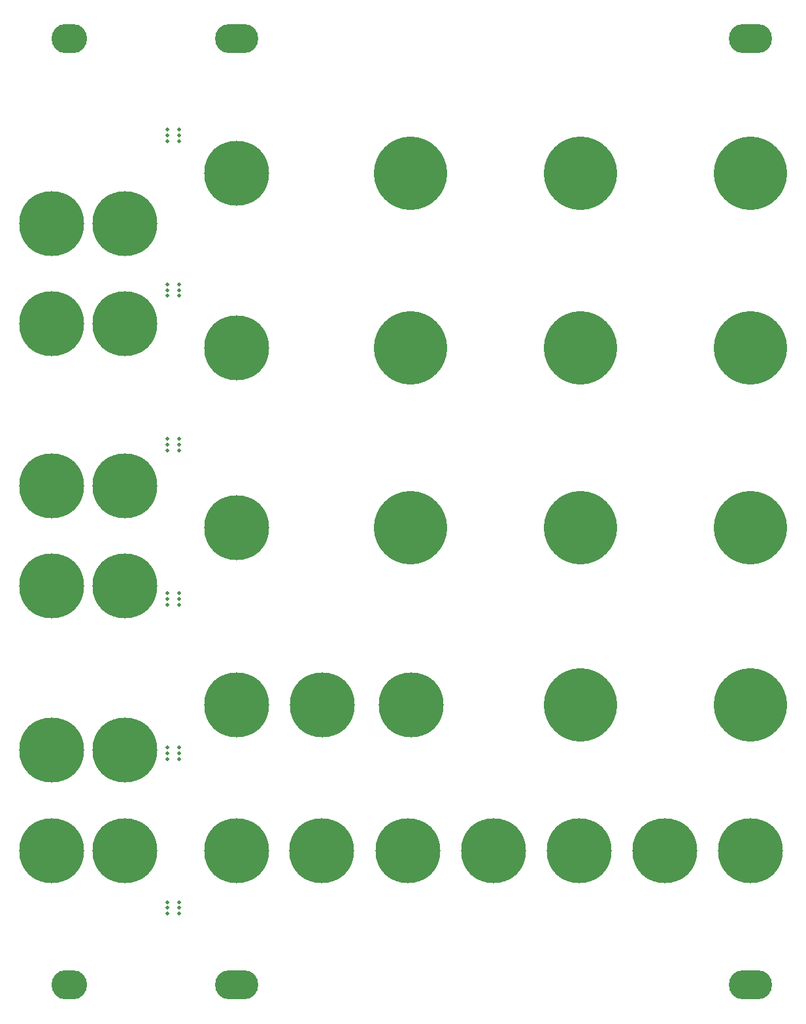
<source format=gbr>
%TF.GenerationSoftware,KiCad,Pcbnew,(6.0.7-1)-1*%
%TF.CreationDate,2022-09-24T04:55:17+07:00*%
%TF.ProjectId,benjolin_1.6_panel,62656e6a-6f6c-4696-9e5f-312e365f7061,rev?*%
%TF.SameCoordinates,Original*%
%TF.FileFunction,Soldermask,Bot*%
%TF.FilePolarity,Negative*%
%FSLAX46Y46*%
G04 Gerber Fmt 4.6, Leading zero omitted, Abs format (unit mm)*
G04 Created by KiCad (PCBNEW (6.0.7-1)-1) date 2022-09-24 04:55:17*
%MOMM*%
%LPD*%
G01*
G04 APERTURE LIST*
%ADD10C,0.500000*%
%ADD11C,9.500000*%
%ADD12C,8.400000*%
%ADD13O,5.600000X3.800000*%
%ADD14O,4.600000X3.800000*%
G04 APERTURE END LIST*
D10*
%TO.C,mouse-bite-2mm-slot*%
X40300000Y-41925000D03*
X38800000Y-40425000D03*
X40300000Y-40425000D03*
X38800000Y-41925000D03*
X38800000Y-41175000D03*
X40300000Y-41175000D03*
%TD*%
%TO.C,mouse-bite-2mm-slot*%
X40300000Y-61925000D03*
X38800000Y-60425000D03*
X40300000Y-60425000D03*
X38800000Y-61925000D03*
X38800000Y-61175000D03*
X40300000Y-61175000D03*
%TD*%
%TO.C,mouse-bite-2mm-slot*%
X40300000Y-81925000D03*
X38800000Y-80425000D03*
X40300000Y-80425000D03*
X38800000Y-81925000D03*
X38800000Y-81175000D03*
X40300000Y-81175000D03*
%TD*%
%TO.C,mouse-bite-2mm-slot*%
X40300000Y-101925000D03*
X38800000Y-100425000D03*
X40300000Y-100425000D03*
X38800000Y-101925000D03*
X38800000Y-101175000D03*
X40300000Y-101175000D03*
%TD*%
%TO.C,mouse-bite-2mm-slot*%
X40300000Y-121925000D03*
X38800000Y-120425000D03*
X40300000Y-120425000D03*
X38800000Y-121925000D03*
X38800000Y-121175000D03*
X40300000Y-121175000D03*
%TD*%
%TO.C,mouse-bite-2mm-slot*%
X40300000Y-141175000D03*
X38800000Y-141175000D03*
X38800000Y-141925000D03*
X40300000Y-140425000D03*
X38800000Y-140425000D03*
X40300000Y-141925000D03*
%TD*%
D11*
%TO.C,REF\u002A\u002A*%
X70303291Y-68650000D03*
%TD*%
D12*
%TO.C,H2*%
X33300000Y-52550000D03*
%TD*%
D11*
%TO.C,REF\u002A\u002A*%
X92290079Y-68650000D03*
%TD*%
%TO.C,REF\u002A\u002A*%
X114279479Y-68650000D03*
%TD*%
D13*
%TO.C,*%
X47726000Y-151150000D03*
%TD*%
D12*
%TO.C,H2*%
X114279479Y-133749661D03*
%TD*%
%TO.C,H2*%
X58810521Y-133750000D03*
%TD*%
%TO.C,H2*%
X33300000Y-120750000D03*
%TD*%
D11*
%TO.C,REF\u002A\u002A*%
X92290079Y-91929918D03*
%TD*%
D12*
%TO.C,H6*%
X23800000Y-86500000D03*
%TD*%
%TO.C,H2*%
X23800000Y-65550000D03*
%TD*%
D11*
%TO.C,REF\u002A\u002A*%
X70303291Y-91929918D03*
%TD*%
D12*
%TO.C,H2*%
X23800000Y-52550000D03*
%TD*%
%TO.C,H2*%
X33300000Y-86500000D03*
%TD*%
D14*
%TO.C,H1*%
X26050000Y-28650000D03*
%TD*%
D12*
%TO.C,H2*%
X92090521Y-133749661D03*
%TD*%
%TO.C,H2*%
X47726000Y-133750000D03*
%TD*%
%TO.C,H2*%
X23800000Y-99500000D03*
%TD*%
%TO.C,H2*%
X69908668Y-133749661D03*
%TD*%
%TO.C,H6*%
X33300000Y-133750000D03*
%TD*%
D11*
%TO.C,REF\u002A\u002A*%
X92290079Y-46030082D03*
%TD*%
D12*
%TO.C,H2*%
X81000521Y-133750000D03*
%TD*%
D14*
%TO.C,H14*%
X26050000Y-151150000D03*
%TD*%
D13*
%TO.C,*%
X114279479Y-28650000D03*
%TD*%
D12*
%TO.C,H2*%
X33300000Y-65550000D03*
%TD*%
%TO.C,H2*%
X47726000Y-91929918D03*
%TD*%
D13*
%TO.C,*%
X114279479Y-151150000D03*
%TD*%
D11*
%TO.C,REF\u002A\u002A*%
X114279479Y-114918361D03*
%TD*%
D12*
%TO.C,H2*%
X47726000Y-68650000D03*
%TD*%
D11*
%TO.C,REF\u002A\u002A*%
X70303291Y-46030082D03*
%TD*%
D12*
%TO.C,H2*%
X70342579Y-114918361D03*
%TD*%
%TO.C,H2*%
X47742272Y-46030082D03*
%TD*%
D11*
%TO.C,REF\u002A\u002A*%
X92290079Y-114918361D03*
%TD*%
D12*
%TO.C,H2*%
X23800000Y-120750000D03*
%TD*%
%TO.C,H6*%
X23800000Y-133750000D03*
%TD*%
%TO.C,H2*%
X33300000Y-99500000D03*
%TD*%
%TO.C,H2*%
X58816000Y-114918361D03*
%TD*%
D11*
%TO.C,REF\u002A\u002A*%
X114279479Y-91929918D03*
%TD*%
D13*
%TO.C,*%
X47726000Y-28650000D03*
%TD*%
D12*
%TO.C,H2*%
X47731479Y-114900000D03*
%TD*%
D11*
%TO.C,REF\u002A\u002A*%
X114279479Y-46030082D03*
%TD*%
D12*
%TO.C,H2*%
X103182667Y-133749661D03*
%TD*%
M02*

</source>
